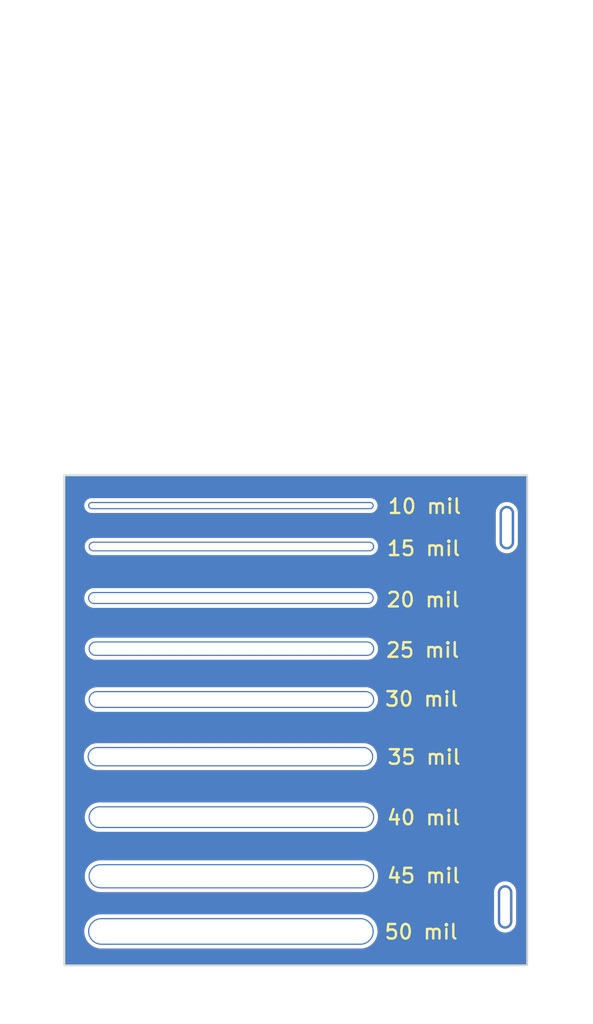
<source format=kicad_pcb>
(kicad_pcb (version 20210126) (generator pcbnew)
  (layers (0 "F.Cu" signal) (31 "B.Cu" signal) (34 "B.Paste" user) (35 "F.Paste" user) (36 "B.SilkS" user) (37 "F.SilkS" user) (38 "B.Mask" user) (39 "F.Mask" user) (44 "Edge.Cuts" user))
  (net 0 "")
  (footprint "MountingHole:MountingHole_2.5mm_Pad" (layer "F.Cu") (at 120.7008 79.0194)
    (fp_text reference "REF**" hide)
    (fp_text value "drag drill" hide)
    (pad "1" thru_hole oval (at 0.0254 -0.1016) (size 14.986 1.143) (drill oval 14.859 1.016) (layers *.Cu *.Mask))
  )
  (footprint "MountingHole:MountingHole_2.5mm_Pad" (layer "F.Cu") (at 120.7008 70.1802)
    (fp_text reference "REF**" hide)
    (fp_text value "drag drill" hide)
    (pad "1" thru_hole oval (at 0.0254 -0.1016) (size 14.986 0.762) (drill oval 14.859 0.635) (layers *.Cu *.Mask))
  )
  (footprint "MountingHole:MountingHole_2.5mm_Pad" (layer "F.Cu") (at 120.6754 85.0138)
    (fp_text reference "REF**" hide)
    (fp_text value "drag drill" hide)
    (pad "1" thru_hole oval (at 0.0254 -0.1016) (size 14.986 1.397) (drill oval 14.859 1.27) (layers *.Cu *.Mask))
  )
  (footprint "MountingHole:MountingHole_2.5mm_Pad" (layer "F.Cu") (at 120.7008 82.1182)
    (fp_text reference "REF**" hide)
    (fp_text value "drag drill" hide)
    (pad "1" thru_hole oval (at 0.0254 -0.1016) (size 14.986 1.27) (drill oval 14.859 1.143) (layers *.Cu *.Mask))
  )
  (footprint "MountingHole:MountingHole_2.5mm_Pad" (layer "F.Cu") (at 120.6754 67.52155)
    (fp_text reference "REF**" hide)
    (fp_text value "drag drill" hide)
    (pad "1" thru_hole oval (at 0.0254 -0.1016) (size 14.986 0.635) (drill oval 14.859 0.508) (layers *.Cu *.Mask))
  )
  (footprint "MountingHole:MountingHole_2.5mm_Pad" (layer "F.Cu") (at 120.65 75.8444)
    (fp_text reference "REF**" hide)
    (fp_text value "drag drill" hide)
    (pad "1" thru_hole oval (at 0.0254 -0.1016) (size 14.986 1.016) (drill oval 14.859 0.889) (layers *.Cu *.Mask))
  )
  (footprint "MountingHole:MountingHole_2.5mm_Pad" (layer "F.Cu") (at 120.7008 72.8472)
    (fp_text reference "REF**" hide)
    (fp_text value "drag drill" hide)
    (pad "1" thru_hole oval (at 0.0254 -0.1016) (size 14.986 0.889) (drill oval 14.859 0.762) (layers *.Cu *.Mask))
  )
  (footprint "MountingHole:MountingHole_2.5mm_Pad" (layer "F.Cu") (at 119.5578 60.5643)
    (fp_text reference "REF**" hide)
    (fp_text value "drag drill" hide)
    (pad "1" thru_hole oval (at 1.143 2.0066) (size 14.986 0.381) (drill oval 14.859 0.254) (layers *.Cu *.Mask))
  )
  (footprint "MountingHole:MountingHole_2.5mm_Pad" (layer "F.Cu") (at 134.5692 36.2966 90)
    (fp_text reference "REF**" hide)
    (fp_text value "drag drill" hide)
    (pad "1" thru_hole oval (at -27.432 0.6096 90) (size 2.286 0.762) (drill oval 2.032 0.508) (layers *.Cu *.Mask))
  )
  (footprint "MountingHole:MountingHole_2.5mm_Pad" (layer "F.Cu") (at 119.5832 62.7126)
    (fp_text reference "REF**" hide)
    (fp_text value "drag drill" hide)
    (pad "1" thru_hole oval (at 1.143 2.0066) (size 14.986 0.508) (drill oval 14.859 0.381) (layers *.Cu *.Mask))
  )
  (footprint "MountingHole:MountingHole_2.5mm_Pad" (layer "F.Cu") (at 134.4783 56.1955 90)
    (fp_text reference "REF**" hide)
    (fp_text value "drag drill" hide)
    (pad "1" thru_hole oval (at -27.432 0.6096 90) (size 2.286 0.762) (drill oval 2.032 0.508) (layers *.Cu *.Mask))
  )
  (gr_rect (start 111.9632 60.9854) (end 136.2456 86.6902) (layer "Edge.Cuts") (width 0.1) (fill none))
  (gr_text "50 mil" (at 130.683 84.9376) (layer "F.SilkS") (effects (font (size 0.762 0.762) (thickness 0.127))))
  (gr_text "25 mil" (at 130.7592 70.1548) (layer "F.SilkS") (effects (font (size 0.762 0.762) (thickness 0.127))))
  (gr_text "45 mil" (at 130.81 81.9912) (layer "F.SilkS") (effects (font (size 0.762 0.762) (thickness 0.127))))
  (gr_text "15 mil" (at 130.81 64.8208) (layer "F.SilkS") (effects (font (size 0.762 0.762) (thickness 0.127))))
  (gr_text "40 mil" (at 130.81 78.9432) (layer "F.SilkS") (effects (font (size 0.762 0.762) (thickness 0.127))))
  (gr_text "20 mil" (at 130.7846 67.5132) (layer "F.SilkS") (effects (font (size 0.762 0.762) (thickness 0.127))))
  (gr_text "30 mil" (at 130.7084 72.7202) (layer "F.SilkS") (effects (font (size 0.762 0.762) (thickness 0.127))))
  (gr_text "35 mil" (at 130.8354 75.7682) (layer "F.SilkS") (effects (font (size 0.762 0.762) (thickness 0.127))))
  (gr_text "10 mil" (at 130.8608 62.611) (layer "F.SilkS") (effects (font (size 0.762 0.762) (thickness 0.127))))
  (zone (net 0) (net_name "") (layer "F.Cu") (connect_pads (clearance 0.0254)) (min_thickness 0.0254) (fill yes (thermal_gap 0.508) (thermal_bridge_width 0.508))
    (polygon (pts (xy 139.7 89.789) (xy 108.585 89.789) (xy 108.585 59.6646) (xy 139.7 59.6646)))
  )
  (zone (net 0) (net_name "") (layer "B.Cu") (connect_pads (clearance 0.0254)) (min_thickness 0.0254) (fill yes (thermal_gap 0.508) (thermal_bridge_width 0.508))
    (polygon (pts (xy 139.7 59.6646) (xy 108.585 59.6646) (xy 108.585 89.789) (xy 139.7 89.789)))
  )
)
</source>
